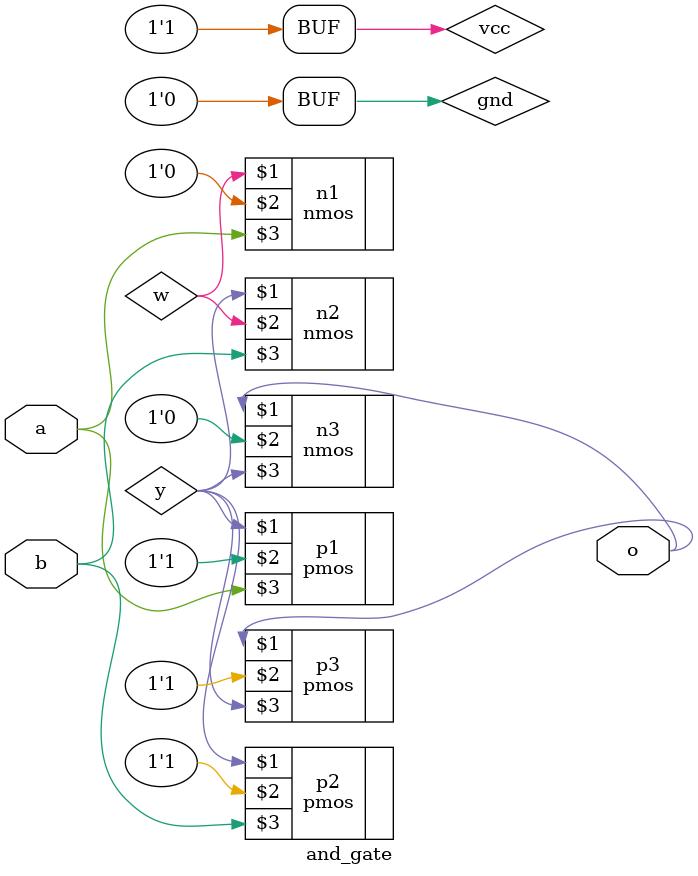
<source format=v>
module and_gate(a,b,o);
input a,b;
output o;
supply0 gnd;
supply1 vcc;
wire w,y;
pmos p1(y,vcc,a);
pmos p2(y,vcc,b);
pmos p3(o,vcc,y);
nmos n1(w,gnd,a);
nmos n2(y,w,b);
nmos n3(o,gnd,y);
endmodule


</source>
